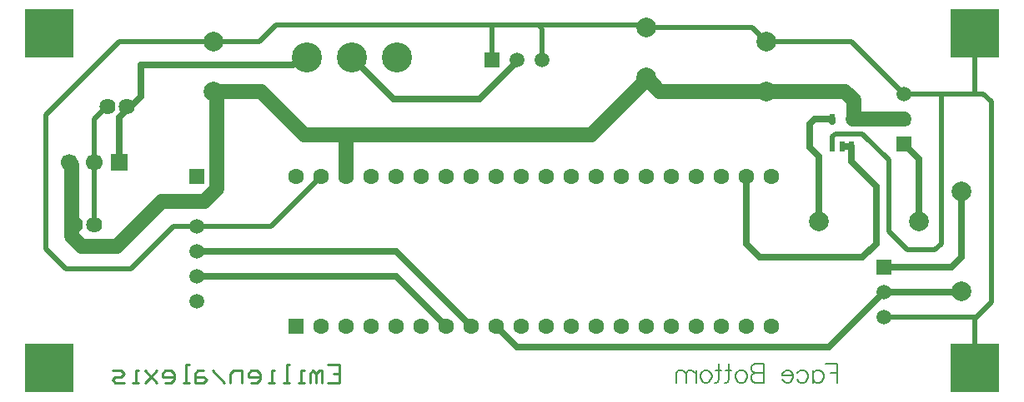
<source format=gbl>
G04*
G04 #@! TF.GenerationSoftware,Altium Limited,Altium Designer,19.1.5 (86)*
G04*
G04 Layer_Physical_Order=2*
G04 Layer_Color=16711680*
%FSLAX25Y25*%
%MOIN*%
G70*
G01*
G75*
%ADD11C,0.01000*%
%ADD13C,0.00800*%
%ADD28C,0.12000*%
%ADD29C,0.06299*%
%ADD30R,0.06299X0.06299*%
%ADD31C,0.05906*%
%ADD32R,0.05906X0.05906*%
%ADD33C,0.07900*%
%ADD35R,0.05906X0.05906*%
%ADD36R,0.19685X0.19685*%
%ADD37R,0.19685X0.19685*%
%ADD38C,0.06400*%
%ADD40R,0.06693X0.06693*%
%ADD41C,0.06693*%
%ADD42R,0.02362X0.03937*%
%ADD43C,0.02000*%
%ADD44C,0.02500*%
%ADD45C,0.05906*%
D11*
X123277Y12990D02*
X128000D01*
Y5906D01*
X123277D01*
X128000Y9448D02*
X125639D01*
X120916Y5906D02*
Y10628D01*
X119735D01*
X118554Y9448D01*
Y5906D01*
Y9448D01*
X117374Y10628D01*
X116193Y9448D01*
Y5906D01*
X113831D02*
X111470D01*
X112651D01*
Y10628D01*
X113831D01*
X107928Y5906D02*
X105566D01*
X106747D01*
Y12990D01*
X107928D01*
X102024Y5906D02*
X99663D01*
X100843D01*
Y10628D01*
X102024D01*
X92578Y5906D02*
X94940D01*
X96121Y7086D01*
Y9448D01*
X94940Y10628D01*
X92578D01*
X91398Y9448D01*
Y8267D01*
X96121D01*
X89036Y5906D02*
Y10628D01*
X85494D01*
X84313Y9448D01*
Y5906D01*
X81952D02*
X77229Y10628D01*
X73687D02*
X71325D01*
X70145Y9448D01*
Y5906D01*
X73687D01*
X74868Y7086D01*
X73687Y8267D01*
X70145D01*
X67783Y5906D02*
X65422D01*
X66603D01*
Y12990D01*
X67783D01*
X58337Y5906D02*
X60699D01*
X61880Y7086D01*
Y9448D01*
X60699Y10628D01*
X58337D01*
X57157Y9448D01*
Y8267D01*
X61880D01*
X54795Y10628D02*
X50072Y5906D01*
X52434Y8267D01*
X50072Y10628D01*
X54795Y5906D01*
X47711D02*
X45350D01*
X46530D01*
Y10628D01*
X47711D01*
X41807Y5906D02*
X38265D01*
X37085Y7086D01*
X38265Y8267D01*
X40627D01*
X41807Y9448D01*
X40627Y10628D01*
X37085D01*
D13*
X327000Y13404D02*
Y5906D01*
Y13404D02*
X322358D01*
X327000Y9833D02*
X324144D01*
X317216Y10904D02*
Y5906D01*
Y9833D02*
X317931Y10547D01*
X318645Y10904D01*
X319716D01*
X320430Y10547D01*
X321144Y9833D01*
X321501Y8762D01*
Y8048D01*
X321144Y6977D01*
X320430Y6263D01*
X319716Y5906D01*
X318645D01*
X317931Y6263D01*
X317216Y6977D01*
X310932Y9833D02*
X311646Y10547D01*
X312360Y10904D01*
X313432D01*
X314146Y10547D01*
X314860Y9833D01*
X315217Y8762D01*
Y8048D01*
X314860Y6977D01*
X314146Y6263D01*
X313432Y5906D01*
X312360D01*
X311646Y6263D01*
X310932Y6977D01*
X309325Y8762D02*
X305040D01*
Y9476D01*
X305398Y10190D01*
X305755Y10547D01*
X306469Y10904D01*
X307540D01*
X308254Y10547D01*
X308968Y9833D01*
X309325Y8762D01*
Y8048D01*
X308968Y6977D01*
X308254Y6263D01*
X307540Y5906D01*
X306469D01*
X305755Y6263D01*
X305040Y6977D01*
X297542Y13404D02*
Y5906D01*
Y13404D02*
X294328D01*
X293257Y13047D01*
X292900Y12690D01*
X292543Y11976D01*
Y11261D01*
X292900Y10547D01*
X293257Y10190D01*
X294328Y9833D01*
X297542D02*
X294328D01*
X293257Y9476D01*
X292900Y9119D01*
X292543Y8405D01*
Y7334D01*
X292900Y6620D01*
X293257Y6263D01*
X294328Y5906D01*
X297542D01*
X289080Y10904D02*
X289794Y10547D01*
X290508Y9833D01*
X290865Y8762D01*
Y8048D01*
X290508Y6977D01*
X289794Y6263D01*
X289080Y5906D01*
X288008D01*
X287294Y6263D01*
X286580Y6977D01*
X286223Y8048D01*
Y8762D01*
X286580Y9833D01*
X287294Y10547D01*
X288008Y10904D01*
X289080D01*
X283509Y13404D02*
Y7334D01*
X283152Y6263D01*
X282438Y5906D01*
X281724D01*
X284580Y10904D02*
X282081D01*
X279582Y13404D02*
Y7334D01*
X279224Y6263D01*
X278510Y5906D01*
X277796D01*
X280653Y10904D02*
X278153D01*
X274940D02*
X275654Y10547D01*
X276368Y9833D01*
X276725Y8762D01*
Y8048D01*
X276368Y6977D01*
X275654Y6263D01*
X274940Y5906D01*
X273868D01*
X273154Y6263D01*
X272440Y6977D01*
X272083Y8048D01*
Y8762D01*
X272440Y9833D01*
X273154Y10547D01*
X273868Y10904D01*
X274940D01*
X270441D02*
Y5906D01*
Y9476D02*
X269370Y10547D01*
X268655Y10904D01*
X267584D01*
X266870Y10547D01*
X266513Y9476D01*
Y5906D01*
Y9476D02*
X265442Y10547D01*
X264728Y10904D01*
X263656D01*
X262942Y10547D01*
X262585Y9476D01*
Y5906D01*
D28*
X114779Y136000D02*
D03*
X132890D02*
D03*
X151000D02*
D03*
D29*
X300500Y88500D02*
D03*
X290500D02*
D03*
X280500D02*
D03*
X270500D02*
D03*
X250500D02*
D03*
X240500D02*
D03*
X230500D02*
D03*
X220500D02*
D03*
X210500D02*
D03*
X200500D02*
D03*
X190500D02*
D03*
X180500D02*
D03*
X170500D02*
D03*
X160500D02*
D03*
X150500D02*
D03*
X140500D02*
D03*
X130500D02*
D03*
X120500D02*
D03*
X110500D02*
D03*
X260500D02*
D03*
X300500Y28500D02*
D03*
X290500D02*
D03*
X280500D02*
D03*
X270500D02*
D03*
X260500D02*
D03*
X250500D02*
D03*
X240500D02*
D03*
X230500D02*
D03*
X220500D02*
D03*
X210500D02*
D03*
X200500D02*
D03*
X190500D02*
D03*
X180500D02*
D03*
X170500D02*
D03*
X160500D02*
D03*
X150500D02*
D03*
X140500D02*
D03*
X130500D02*
D03*
X120500D02*
D03*
D30*
X110500D02*
D03*
D31*
X353500Y111500D02*
D03*
Y121500D02*
D03*
X345500Y32000D02*
D03*
Y42000D02*
D03*
X71000Y38500D02*
D03*
Y48500D02*
D03*
Y58500D02*
D03*
Y68500D02*
D03*
Y78500D02*
D03*
X199000Y135000D02*
D03*
X209000D02*
D03*
D32*
X353500Y101500D02*
D03*
X345500Y52000D02*
D03*
X71000Y88500D02*
D03*
D33*
X298500Y142500D02*
D03*
Y122500D02*
D03*
X376500Y42500D02*
D03*
Y82500D02*
D03*
X77500Y122500D02*
D03*
Y142500D02*
D03*
X319500Y70500D02*
D03*
X359500D02*
D03*
X250500Y128000D02*
D03*
Y148000D02*
D03*
D35*
X189000Y135000D02*
D03*
D36*
X11811Y145669D02*
D03*
Y11811D02*
D03*
X381890Y145669D02*
D03*
D37*
Y11811D02*
D03*
D38*
X30000Y69000D02*
D03*
X22126D02*
D03*
X35063Y116500D02*
D03*
X42937D02*
D03*
D40*
X40000Y94000D02*
D03*
D41*
X30000D02*
D03*
X20000D02*
D03*
D42*
X332500Y111327D02*
D03*
X325020D02*
D03*
Y100500D02*
D03*
X328760D02*
D03*
X332500D02*
D03*
D43*
X100500Y68500D02*
X120500Y88500D01*
X71000Y68500D02*
X100500D01*
X18500Y51500D02*
X44672D01*
X10500Y59500D02*
X18500Y51500D01*
X30000Y111500D02*
X34000Y115500D01*
X30000Y69000D02*
Y94000D01*
X347500Y66500D02*
Y95000D01*
X337000Y105500D02*
X347500Y95000D01*
X326191Y105500D02*
X337000D01*
X347500Y66500D02*
X355000Y59000D01*
X369000Y121500D02*
X382500D01*
X353500D02*
X369000D01*
X368500Y121000D02*
X369000Y121500D01*
X368500Y61500D02*
Y121000D01*
X366000Y59000D02*
X368500Y61500D01*
X355000Y59000D02*
X366000D01*
X325020Y104328D02*
X326191Y105500D01*
X325020Y100500D02*
Y104328D01*
X382500Y121500D02*
X385328D01*
X381890Y137733D02*
Y145669D01*
Y122110D02*
Y137733D01*
Y122110D02*
X382500Y121500D01*
X381890Y31390D02*
X382500Y32000D01*
X381890Y11811D02*
Y31390D01*
X385328Y121500D02*
X388500Y118328D01*
Y38000D02*
Y118328D01*
X382500Y32000D02*
X388500Y38000D01*
X345500Y32000D02*
X382500D01*
X332500Y142500D02*
X353500Y121500D01*
X298500Y142500D02*
X332500D01*
X293000Y148000D02*
X298500Y142500D01*
X250500Y148000D02*
X293000D01*
X207500Y149000D02*
X249500D01*
X250500Y148000D01*
X189000Y149000D02*
X207500D01*
X102548D02*
X189000D01*
Y135000D02*
Y149000D01*
X209000Y135000D02*
Y147500D01*
X207500Y149000D02*
X209000Y147500D01*
X96048Y142500D02*
X102548Y149000D01*
X77500Y142500D02*
X96048D01*
X10500Y113000D02*
X40000Y142500D01*
X10500Y59500D02*
Y113000D01*
X40000Y142500D02*
X77500D01*
X44672Y51500D02*
X61672Y68500D01*
X71000D01*
X381890Y137733D02*
X384828Y140672D01*
X30000Y94000D02*
Y111500D01*
D44*
X332500Y110732D02*
X333268Y111500D01*
X40000Y112000D02*
X48437Y120437D01*
Y133000D01*
X40000Y94000D02*
Y112000D01*
X353500Y101500D02*
X359500Y95500D01*
Y70500D02*
Y95500D01*
X353500Y111500D02*
X355000Y110000D01*
X337000Y56000D02*
X342500Y61500D01*
X295965Y56000D02*
X337000D01*
X290500Y61465D02*
X295965Y56000D01*
X342500Y61500D02*
Y84500D01*
X332500Y94500D02*
X342500Y84500D01*
X332500Y94500D02*
Y100500D01*
X372500Y52000D02*
X376500Y56000D01*
X345500Y52000D02*
X372500D01*
X376500Y56000D02*
Y82500D01*
X376000D02*
X376500D01*
X324951Y110608D02*
Y111327D01*
X317791D02*
X324951D01*
X316000Y109536D02*
X317791Y111327D01*
X316000Y100000D02*
Y109536D01*
Y100000D02*
X319500Y96500D01*
Y70500D02*
Y96500D01*
X290500Y61465D02*
Y88500D01*
X329451Y100500D02*
X332500D01*
X359500Y70500D02*
X360500Y71500D01*
X190500Y28500D02*
X198952Y20048D01*
X323548D01*
X345500Y42000D01*
X376250Y42250D02*
X376500Y42500D01*
X345750Y42250D02*
X376250D01*
X345500Y42000D02*
X345750Y42250D01*
X149390Y119500D02*
X184002D01*
X199000Y134498D01*
Y135000D01*
X132890Y136000D02*
X149390Y119500D01*
X250500Y127000D02*
Y128000D01*
X112209Y136000D02*
X114779D01*
X109209Y133000D02*
X112209Y136000D01*
X48437Y133000D02*
X109209D01*
X71000Y48500D02*
X150500D01*
X170500Y28500D01*
X150500Y58500D02*
X180500Y28500D01*
X71000Y58500D02*
X150500D01*
X71000Y78500D02*
X71502D01*
X324951Y110608D02*
X325020Y110677D01*
Y111327D01*
D45*
X21000Y64500D02*
Y93000D01*
X20000Y94000D02*
X21000Y93000D01*
Y64500D02*
X25000Y60500D01*
X39000D01*
X57000Y78500D01*
X71000D01*
X130500Y88500D02*
Y103500D01*
X132000Y105000D01*
X77500Y122500D02*
X78905Y121095D01*
Y83496D02*
Y121095D01*
X73910Y78500D02*
X78905Y83496D01*
X71502Y78500D02*
X73910D01*
X333268Y111500D02*
X333500Y111732D01*
X333268Y111500D02*
X353500D01*
X330041Y122500D02*
X333500Y119041D01*
Y111732D02*
Y119041D01*
X298500Y122500D02*
X330041D01*
X132000Y105000D02*
X228500D01*
X114000D02*
X132000D01*
X96500Y122500D02*
X114000Y105000D01*
X256000Y122500D02*
X298500D01*
X250500Y128000D02*
X256000Y122500D01*
X228500Y105000D02*
X250500Y127000D01*
X77500Y122500D02*
X96500D01*
M02*

</source>
